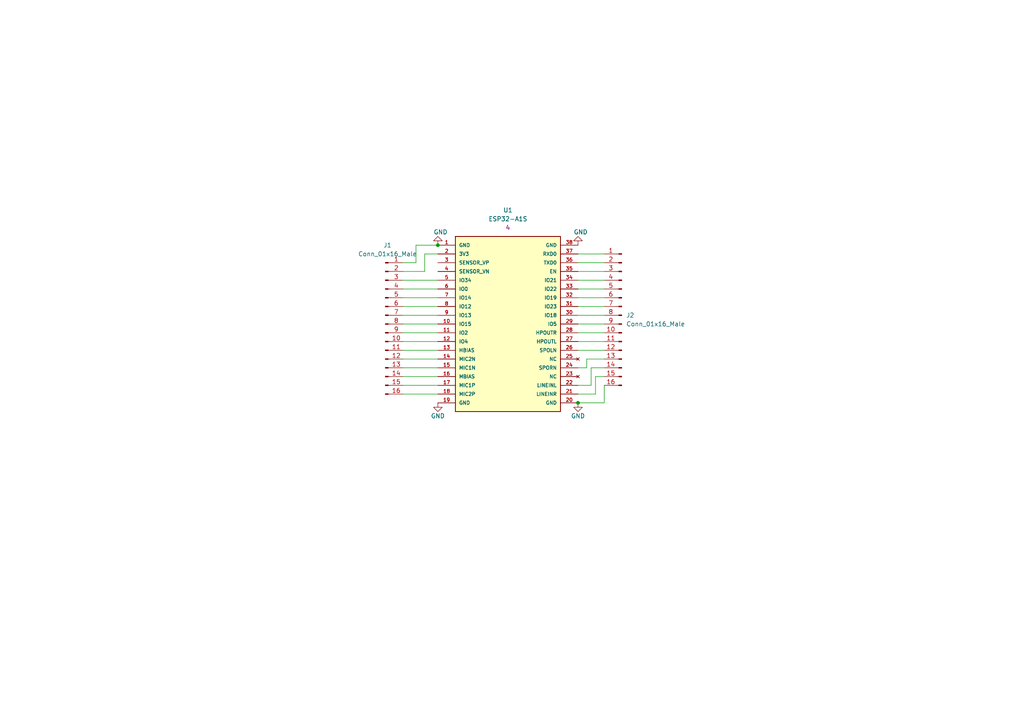
<source format=kicad_sch>
(kicad_sch (version 20211123) (generator eeschema)
  (paper "A4")
  (lib_symbols
    (symbol "Connector:Conn_01x16_Male" (pin_names (offset 1.016) hide)
      (property "Reference" "J" (at 0 20.32 0))
      (property "Value" "Conn_01x16_Male" (at 0 -22.86 0))
      (symbol "Conn_01x16_Male_1_1"
        (polyline (pts (xy 1.27 -20.32) (xy 0.8636 -20.32)) (stroke (width 0.1524)))
        (polyline (pts (xy 1.27 -17.78) (xy 0.8636 -17.78)) (stroke (width 0.1524)))
        (polyline (pts (xy 1.27 -15.24) (xy 0.8636 -15.24)) (stroke (width 0.1524)))
        (polyline (pts (xy 1.27 -12.7) (xy 0.8636 -12.7)) (stroke (width 0.1524)))
        (polyline (pts (xy 1.27 -10.16) (xy 0.8636 -10.16)) (stroke (width 0.1524)))
        (polyline (pts (xy 1.27 -7.62) (xy 0.8636 -7.62)) (stroke (width 0.1524)))
        (polyline (pts (xy 1.27 -5.08) (xy 0.8636 -5.08)) (stroke (width 0.1524)))
        (polyline (pts (xy 1.27 -2.54) (xy 0.8636 -2.54)) (stroke (width 0.1524)))
        (polyline (pts (xy 1.27 0) (xy 0.8636 0)) (stroke (width 0.1524)))
        (polyline (pts (xy 1.27 2.54) (xy 0.8636 2.54)) (stroke (width 0.1524)))
        (polyline (pts (xy 1.27 5.08) (xy 0.8636 5.08)) (stroke (width 0.1524)))
        (polyline (pts (xy 1.27 7.62) (xy 0.8636 7.62)) (stroke (width 0.1524)))
        (polyline (pts (xy 1.27 10.16) (xy 0.8636 10.16)) (stroke (width 0.1524)))
        (polyline (pts (xy 1.27 12.7) (xy 0.8636 12.7)) (stroke (width 0.1524)))
        (polyline (pts (xy 1.27 15.24) (xy 0.8636 15.24)) (stroke (width 0.1524)))
        (polyline (pts (xy 1.27 17.78) (xy 0.8636 17.78)) (stroke (width 0.1524)))
        (rectangle (start 0.8636 -20.193) (end 0 -20.447) (stroke (width 0.1524)) (fill (type outline)))
        (rectangle (start 0.8636 -17.653) (end 0 -17.907) (stroke (width 0.1524)) (fill (type outline)))
        (rectangle (start 0.8636 -15.113) (end 0 -15.367) (stroke (width 0.1524)) (fill (type outline)))
        (rectangle (start 0.8636 -12.573) (end 0 -12.827) (stroke (width 0.1524)) (fill (type outline)))
        (rectangle (start 0.8636 -10.033) (end 0 -10.287) (stroke (width 0.1524)) (fill (type outline)))
        (rectangle (start 0.8636 -7.493) (end 0 -7.747) (stroke (width 0.1524)) (fill (type outline)))
        (rectangle (start 0.8636 -4.953) (end 0 -5.207) (stroke (width 0.1524)) (fill (type outline)))
        (rectangle (start 0.8636 -2.413) (end 0 -2.667) (stroke (width 0.1524)) (fill (type outline)))
        (rectangle (start 0.8636 0.127) (end 0 -0.127) (stroke (width 0.1524)) (fill (type outline)))
        (rectangle (start 0.8636 2.667) (end 0 2.413) (stroke (width 0.1524)) (fill (type outline)))
        (rectangle (start 0.8636 5.207) (end 0 4.953) (stroke (width 0.1524)) (fill (type outline)))
        (rectangle (start 0.8636 7.747) (end 0 7.493) (stroke (width 0.1524)) (fill (type outline)))
        (rectangle (start 0.8636 10.287) (end 0 10.033) (stroke (width 0.1524)) (fill (type outline)))
        (rectangle (start 0.8636 12.827) (end 0 12.573) (stroke (width 0.1524)) (fill (type outline)))
        (rectangle (start 0.8636 15.367) (end 0 15.113) (stroke (width 0.1524)) (fill (type outline)))
        (rectangle (start 0.8636 17.907) (end 0 17.653) (stroke (width 0.1524)) (fill (type outline)))
        (pin passive line (at 5.08 17.78 180) (length 3.81) (name "Pin_1") (number "1"))
        (pin passive line (at 5.08 -5.08 180) (length 3.81) (name "Pin_10") (number "10"))
        (pin passive line (at 5.08 -7.62 180) (length 3.81) (name "Pin_11") (number "11"))
        (pin passive line (at 5.08 -10.16 180) (length 3.81) (name "Pin_12") (number "12"))
        (pin passive line (at 5.08 -12.7 180) (length 3.81) (name "Pin_13") (number "13"))
        (pin passive line (at 5.08 -15.24 180) (length 3.81) (name "Pin_14") (number "14"))
        (pin passive line (at 5.08 -17.78 180) (length 3.81) (name "Pin_15") (number "15"))
        (pin passive line (at 5.08 -20.32 180) (length 3.81) (name "Pin_16") (number "16"))
        (pin passive line (at 5.08 15.24 180) (length 3.81) (name "Pin_2") (number "2"))
        (pin passive line (at 5.08 12.7 180) (length 3.81) (name "Pin_3") (number "3"))
        (pin passive line (at 5.08 10.16 180) (length 3.81) (name "Pin_4") (number "4"))
        (pin passive line (at 5.08 7.62 180) (length 3.81) (name "Pin_5") (number "5"))
        (pin passive line (at 5.08 5.08 180) (length 3.81) (name "Pin_6") (number "6"))
        (pin passive line (at 5.08 2.54 180) (length 3.81) (name "Pin_7") (number "7"))
        (pin passive line (at 5.08 0 180) (length 3.81) (name "Pin_8") (number "8"))
        (pin passive line (at 5.08 -2.54 180) (length 3.81) (name "Pin_9") (number "9"))
      )
    )
    (symbol "Xenir:ESP32-A1S" (pin_names (offset 1.016))
      (property "Reference" "U" (at -15.2654 26.0604 0))
      (property "Value" "ESP32-A1S" (at -15.2654 -27.9654 0))
      (property "PARTREV" "4" (at 0 26.67 0))
      (symbol "ESP32-A1S_0_0"
        (rectangle (start -15.24 -25.4) (end 15.24 25.4) (stroke (width 0.254)) (fill (type background)))
        (pin power_in line (at -20.32 22.86 0) (length 5.08) (name "GND") (number "1"))
        (pin bidirectional line (at -20.32 0 0) (length 5.08) (name "IO15") (number "10"))
        (pin bidirectional line (at -20.32 -2.54 0) (length 5.08) (name "IO2") (number "11"))
        (pin bidirectional line (at -20.32 -5.08 0) (length 5.08) (name "IO4") (number "12"))
        (pin bidirectional line (at -20.32 -7.62 0) (length 5.08) (name "HBIAS") (number "13"))
        (pin input line (at -20.32 -10.16 0) (length 5.08) (name "MIC2N") (number "14"))
        (pin input line (at -20.32 -12.7 0) (length 5.08) (name "MIC1N") (number "15"))
        (pin bidirectional line (at -20.32 -15.24 0) (length 5.08) (name "MBIAS") (number "16"))
        (pin input line (at -20.32 -17.78 0) (length 5.08) (name "MIC1P") (number "17"))
        (pin input line (at -20.32 -20.32 0) (length 5.08) (name "MIC2P") (number "18"))
        (pin power_in line (at -20.32 -22.86 0) (length 5.08) (name "GND") (number "19"))
        (pin power_in line (at -20.32 20.32 0) (length 5.08) (name "3V3") (number "2"))
        (pin bidirectional line (at 20.32 -22.86 180) (length 5.08) (name "GND") (number "20"))
        (pin input line (at 20.32 -20.32 180) (length 5.08) (name "LINEINR") (number "21"))
        (pin input line (at 20.32 -17.78 180) (length 5.08) (name "LINEINL") (number "22"))
        (pin no_connect line (at 20.32 -15.24 180) (length 5.08) (name "NC") (number "23"))
        (pin output line (at 20.32 -12.7 180) (length 5.08) (name "SPORN") (number "24"))
        (pin no_connect line (at 20.32 -10.16 180) (length 5.08) (name "NC") (number "25"))
        (pin output line (at 20.32 -7.62 180) (length 5.08) (name "SPOLN") (number "26"))
        (pin output line (at 20.32 -5.08 180) (length 5.08) (name "HPOUTL") (number "27"))
        (pin output line (at 20.32 -2.54 180) (length 5.08) (name "HPOUTR") (number "28"))
        (pin bidirectional line (at 20.32 0 180) (length 5.08) (name "IO5") (number "29"))
        (pin input line (at -20.32 17.78 0) (length 5.08) (name "SENSOR_VP") (number "3"))
        (pin bidirectional line (at 20.32 2.54 180) (length 5.08) (name "IO18") (number "30"))
        (pin bidirectional line (at 20.32 5.08 180) (length 5.08) (name "IO23") (number "31"))
        (pin bidirectional line (at 20.32 7.62 180) (length 5.08) (name "IO19") (number "32"))
        (pin bidirectional line (at 20.32 10.16 180) (length 5.08) (name "IO22") (number "33"))
        (pin bidirectional line (at 20.32 12.7 180) (length 5.08) (name "IO21") (number "34"))
        (pin input line (at 20.32 15.24 180) (length 5.08) (name "EN") (number "35"))
        (pin input line (at 20.32 17.78 180) (length 5.08) (name "TXD0") (number "36"))
        (pin output line (at 20.32 20.32 180) (length 5.08) (name "RXD0") (number "37"))
        (pin power_in line (at 20.32 22.86 180) (length 5.08) (name "GND") (number "38"))
        (pin input line (at -20.32 15.24 0) (length 5.08) (name "SENSOR_VN") (number "4"))
        (pin bidirectional line (at -20.32 12.7 0) (length 5.08) (name "IO34") (number "5"))
        (pin bidirectional line (at -20.32 10.16 0) (length 5.08) (name "IO0") (number "6"))
        (pin bidirectional line (at -20.32 7.62 0) (length 5.08) (name "IO14") (number "7"))
        (pin bidirectional line (at -20.32 5.08 0) (length 5.08) (name "IO12") (number "8"))
        (pin bidirectional line (at -20.32 2.54 0) (length 5.08) (name "IO13") (number "9"))
      )
    )
    (symbol "power:GND" (power) (pin_names (offset 0))
      (property "Value" "GND" (at 0 -3.81 0))
      (symbol "GND_0_1"
        (polyline (pts (xy 0 0) (xy 0 -1.27) (xy 1.27 -1.27) (xy 0 -2.54) (xy -1.27 -1.27) (xy 0 -1.27)))
      )
      (symbol "GND_1_1"
        (pin power_in line (at 0 0 270) (length 0) hide (name "GND") (number "1"))
      )
    )
  )
  (junction (at 167.64 116.84))
  (junction (at 127 71.12))
  (wire (pts (xy 116.84 106.68) (xy 127 106.68)))
  (wire (pts (xy 167.64 83.82) (xy 175.26 83.82)))
  (wire (pts (xy 167.64 106.68) (xy 170.18 106.68)))
  (wire (pts (xy 167.64 111.76) (xy 171.45 111.76)))
  (wire (pts (xy 167.64 73.66) (xy 175.26 73.66)))
  (wire (pts (xy 167.64 99.06) (xy 175.26 99.06)))
  (wire (pts (xy 175.26 116.84) (xy 175.26 111.76)))
  (wire (pts (xy 116.84 83.82) (xy 127 83.82)))
  (wire (pts (xy 116.84 78.74) (xy 123.19 78.74)))
  (wire (pts (xy 116.84 114.3) (xy 127 114.3)))
  (wire (pts (xy 167.64 101.6) (xy 175.26 101.6)))
  (wire (pts (xy 167.64 116.84) (xy 175.26 116.84)))
  (wire (pts (xy 167.64 93.98) (xy 175.26 93.98)))
  (wire (pts (xy 120.65 71.12) (xy 120.65 76.2)))
  (wire (pts (xy 167.64 78.74) (xy 175.26 78.74)))
  (wire (pts (xy 167.64 81.28) (xy 175.26 81.28)))
  (wire (pts (xy 116.84 96.52) (xy 127 96.52)))
  (wire (pts (xy 116.84 93.98) (xy 127 93.98)))
  (wire (pts (xy 116.84 88.9) (xy 127 88.9)))
  (wire (pts (xy 127 71.12) (xy 120.65 71.12)))
  (wire (pts (xy 170.18 104.14) (xy 175.26 104.14)))
  (wire (pts (xy 175.26 106.68) (xy 171.45 106.68)))
  (wire (pts (xy 123.19 78.74) (xy 123.19 73.66)))
  (wire (pts (xy 167.64 88.9) (xy 175.26 88.9)))
  (wire (pts (xy 120.65 76.2) (xy 116.84 76.2)))
  (wire (pts (xy 170.18 106.68) (xy 170.18 104.14)))
  (wire (pts (xy 123.19 73.66) (xy 127 73.66)))
  (wire (pts (xy 167.64 114.3) (xy 172.72 114.3)))
  (wire (pts (xy 116.84 99.06) (xy 127 99.06)))
  (wire (pts (xy 116.84 111.76) (xy 127 111.76)))
  (wire (pts (xy 116.84 104.14) (xy 127 104.14)))
  (wire (pts (xy 167.64 91.44) (xy 175.26 91.44)))
  (wire (pts (xy 116.84 91.44) (xy 127 91.44)))
  (wire (pts (xy 116.84 81.28) (xy 127 81.28)))
  (wire (pts (xy 167.64 96.52) (xy 175.26 96.52)))
  (wire (pts (xy 171.45 106.68) (xy 171.45 111.76)))
  (wire (pts (xy 116.84 101.6) (xy 127 101.6)))
  (wire (pts (xy 172.72 114.3) (xy 172.72 109.22)))
  (wire (pts (xy 116.84 109.22) (xy 127 109.22)))
  (wire (pts (xy 116.84 86.36) (xy 127 86.36)))
  (wire (pts (xy 167.64 86.36) (xy 175.26 86.36)))
  (wire (pts (xy 167.64 76.2) (xy 175.26 76.2)))
  (wire (pts (xy 172.72 109.22) (xy 175.26 109.22)))
  (symbol (lib_id "Connector:Conn_01x16_Male") (at 111.76 93.98 0) (unit 1)
    (property "Reference" "J1" (at 112.395 71.12 0))
    (property "Value" "Conn_01x16_Male" (at 112.395 73.66 0))
    (property "Footprint" "Connector_PinHeader_2.54mm:PinHeader_1x16_P2.54mm_Vertical" (effects hide))
  )
  (symbol (lib_id "power:GND") (at 127 71.12 180) (unit 1)
    (property "Reference" "#PWR0102" (effects hide))
    (property "Value" "GND" (at 125.73 67.31 0) (effects (justify right)))
  )
  (symbol (lib_id "power:GND") (at 167.64 116.84 0) (unit 1)
    (property "Reference" "#PWR0103" (effects hide))
    (property "Value" "GND" (at 167.64 120.65 0))
  )
  (symbol (lib_id "power:GND") (at 167.64 71.12 180) (unit 1)
    (property "Reference" "#PWR0104" (effects hide))
    (property "Value" "GND" (at 166.37 67.31 0) (effects (justify right)))
  )
  (symbol (lib_id "Connector:Conn_01x16_Male") (at 180.34 91.44 0) (mirror y) (unit 1)
    (property "Reference" "J2" (at 181.61 91.4399 0) (effects (justify right)))
    (property "Value" "Conn_01x16_Male" (at 181.61 93.9799 0) (effects (justify right)))
    (property "Footprint" "Connector_PinHeader_2.54mm:PinHeader_1x16_P2.54mm_Vertical" (effects hide))
  )
  (symbol (lib_id "Xenir:ESP32-A1S") (at 147.32 93.98 0) (unit 1)
    (property "Reference" "U1" (at 147.32 60.96 0))
    (property "Value" "ESP32-A1S" (at 147.32 63.5 0))
    (property "Footprint" "Xenir_V6:ESP32-A1S-GND" (effects hide))
    (property "PARTREV" "4" (at 147.32 66.04 0))
    (property "MANUFACTURER" "Espressif Systems" (effects hide))
  )
  (symbol (lib_id "power:GND") (at 127 116.84 0) (unit 1)
    (property "Reference" "#PWR0101" (effects hide))
    (property "Value" "GND" (at 127 120.65 0))
  )
)
</source>
